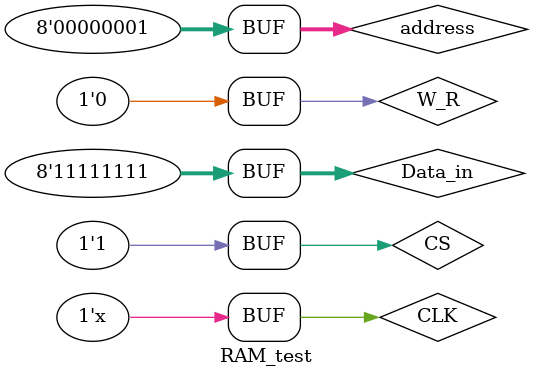
<source format=v>
`timescale 1ns / 1ps


module RAM_test;

	// Inputs
	reg [7:0] address;
	reg [7:0] Data_in;
	reg W_R;
	reg CS;
	reg CLK;

	// Outputs
	wire [7:0] Data_out;

	// Instantiate the Unit Under Test (UUT)
	RAM_mod uut (
		.address(address), 
		.data(Data_in), 
		.w_r(W_R), 
		.cs(CS), 
		.clk(CLK), 
		.out(Data_out)
	);

	initial begin
		// Initialize Inputs
		address = 0;
		Data_in = 0;
		W_R = 0;
		CS = 0;
		CLK = 0;

		// Wait 100 ns for global reset to finish
		#100;
        
		// Add stimulus here

		Data_in=8'b11001100;W_R=1;address=0;CS=1;
		
		#100;
		Data_in=8'b11111100;address=1;
		
		#100;
		CS=0;
		
		#100;
		CS=1;W_R=0;address=0;
		
		#100;
		Data_in=8'b11111111;address=1;
		
		
	end
	
	always
	begin
	#10;
	CLK=!CLK;
	end
      
endmodule


</source>
